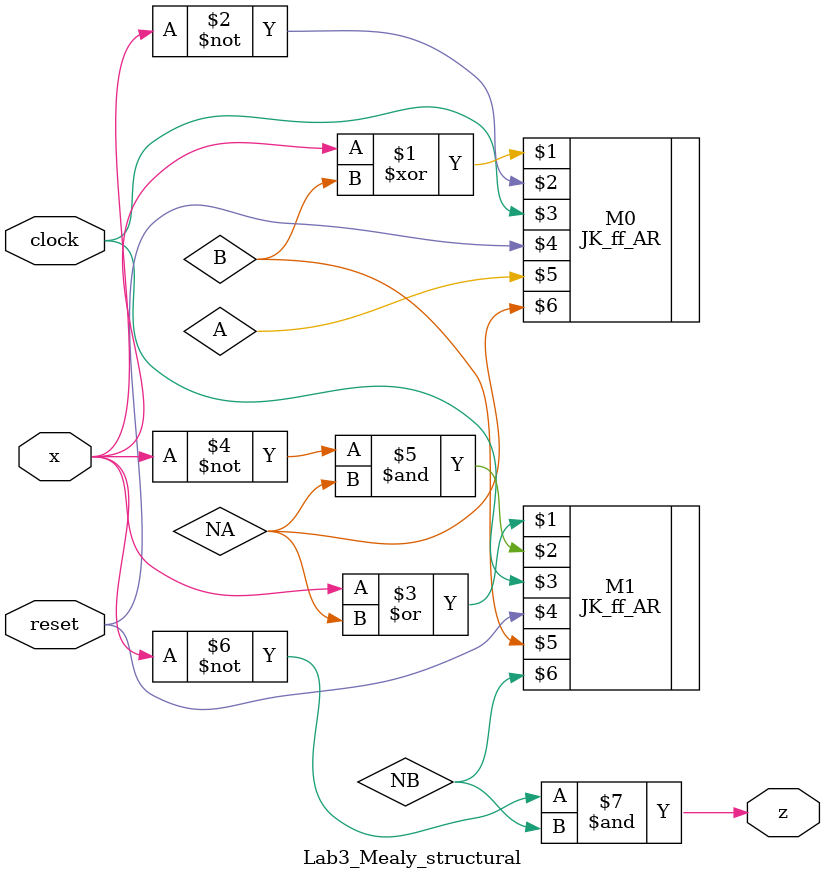
<source format=v>
module Lab3_Mealy_structural(
  output z,
  input x, clock, reset
);
    wire A,NA,B,NB;
    JK_ff_AR M0(x^B,~x,clock,reset,A,NA);
    JK_ff_AR M1(x|NA,(~x)&NA,clock,reset,B,NB);
    assign z=(~x)&NB;
endmodule // 
</source>
